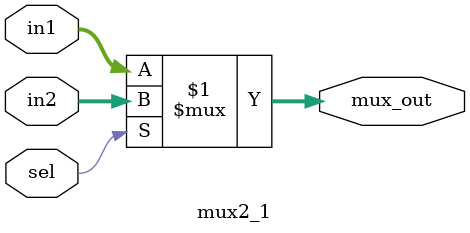
<source format=v>
module mux2_1 (input sel, input [31:0] in1, input [31:0] in2, output [31:0] mux_out);
    assign mux_out = sel ? (in2):(in1);
endmodule
</source>
